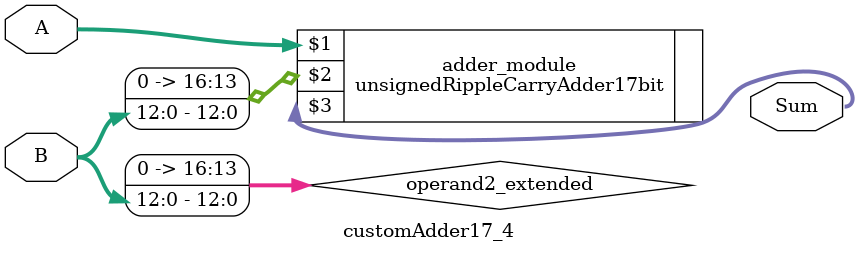
<source format=v>

module customAdder17_4(
                    input [16 : 0] A,
                    input [12 : 0] B,
                    
                    output [17 : 0] Sum
            );

    wire [16 : 0] operand2_extended;
    
    assign operand2_extended =  {4'b0, B};
    
    unsignedRippleCarryAdder17bit adder_module(
        A,
        operand2_extended,
        Sum
    );
    
endmodule
        
</source>
